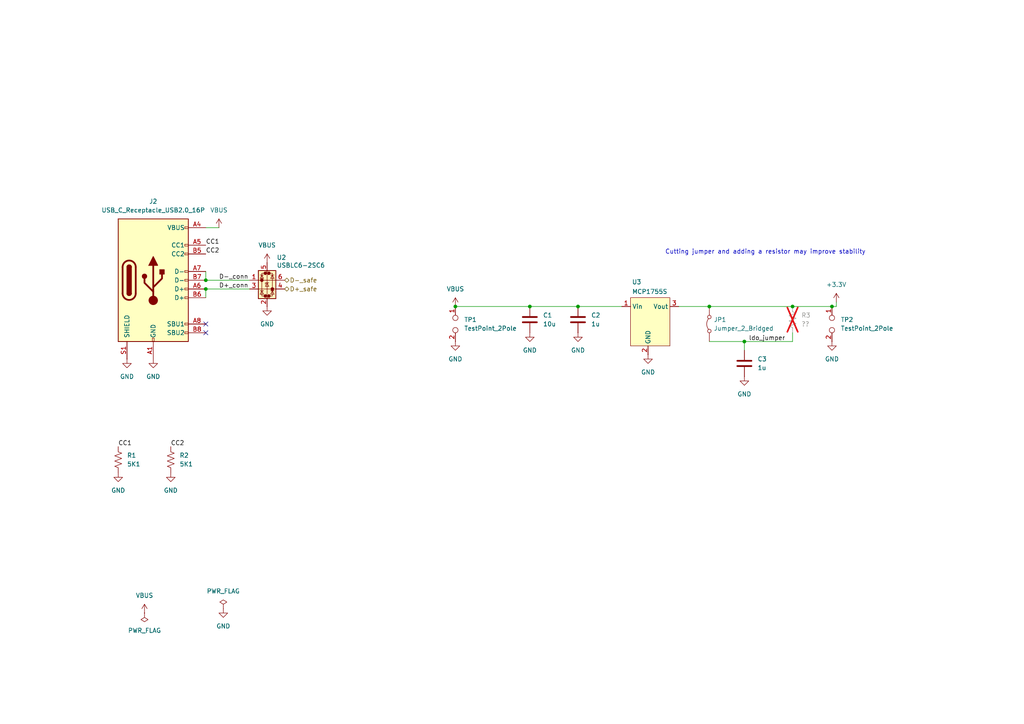
<source format=kicad_sch>
(kicad_sch (version 20231120) (generator "eeschema") (generator_version "8.0")
  (paper "A4")
  (lib_symbols
    (symbol "AAAA_HugonLib:MCP1755S-XX02/DB"
      (property "Reference" "U" (at -1.778 11.684 0))
      (property "Value" "MCP1755S" (at 0.762 14.986 0))
      (symbol "MCP1755S-XX02/DB_1_1"
        (rectangle (start -5.08 6.35) (end 6.35 -7.62) (fill (type background)))
        (pin power_in line (at -7.62 3.81 0) (length 2.54) (name "Vin") (number "1"))
        (pin power_in line (at 0 -10.16 90) (length 2.54) (name "GND") (number "2"))
        (pin power_out line (at 8.89 3.81 180) (length 2.54) (name "Vout") (number "3"))
      )
    )
    (symbol "Connector:TestPoint_2Pole" (pin_names (offset 0.762) hide)
      (property "Reference" "TP" (at 0 1.524 0))
      (property "Value" "TestPoint_2Pole" (at 0 -1.778 0))
      (symbol "TestPoint_2Pole_0_1"
        (circle (center -1.778 0) (radius 0.762))
        (circle (center 1.778 0) (radius 0.762))
        (pin passive line (at -5.08 0 0) (length 2.54) (name "1") (number "1"))
        (pin passive line (at 5.08 0 180) (length 2.54) (name "2") (number "2"))
      )
    )
    (symbol "Connector:USB_C_Receptacle_USB2.0_16P" (pin_names (offset 1.016))
      (property "Reference" "J" (at 0 22.225 0))
      (property "Value" "USB_C_Receptacle_USB2.0_16P" (at 0 19.685 0))
      (symbol "USB_C_Receptacle_USB2.0_16P_0_0"
        (rectangle (start -0.254 -17.78) (end 0.254 -16.764))
        (rectangle (start 10.16 -14.986) (end 9.144 -15.494))
        (rectangle (start 10.16 -12.446) (end 9.144 -12.954))
        (rectangle (start 10.16 -4.826) (end 9.144 -5.334))
        (rectangle (start 10.16 -2.286) (end 9.144 -2.794))
        (rectangle (start 10.16 0.254) (end 9.144 -0.254))
        (rectangle (start 10.16 2.794) (end 9.144 2.286))
        (rectangle (start 10.16 7.874) (end 9.144 7.366))
        (rectangle (start 10.16 10.414) (end 9.144 9.906))
        (rectangle (start 10.16 15.494) (end 9.144 14.986))
      )
      (symbol "USB_C_Receptacle_USB2.0_16P_0_1"
        (rectangle (start -10.16 17.78) (end 10.16 -17.78) (stroke (width 0.254)) (fill (type background)))
        (arc (start -8.89 -3.81) (mid -6.985 -5.7067) (end -5.08 -3.81) (stroke (width 0.508)))
        (arc (start -7.62 -3.81) (mid -6.985 -4.4423) (end -6.35 -3.81) (stroke (width 0.254)))
        (arc (start -7.62 -3.81) (mid -6.985 -4.4423) (end -6.35 -3.81) (stroke (width 0.254)) (fill (type outline)))
        (rectangle (start -7.62 -3.81) (end -6.35 3.81) (stroke (width 0.254)) (fill (type outline)))
        (arc (start -6.35 3.81) (mid -6.985 4.4423) (end -7.62 3.81) (stroke (width 0.254)))
        (arc (start -6.35 3.81) (mid -6.985 4.4423) (end -7.62 3.81) (stroke (width 0.254)) (fill (type outline)))
        (arc (start -5.08 3.81) (mid -6.985 5.7067) (end -8.89 3.81) (stroke (width 0.508)))
        (circle (center -2.54 1.143) (radius 0.635) (stroke (width 0.254)) (fill (type outline)))
        (circle (center 0 -5.842) (radius 1.27) (fill (type outline)))
        (polyline (pts (xy -8.89 -3.81) (xy -8.89 3.81)) (stroke (width 0.508)))
        (polyline (pts (xy -5.08 3.81) (xy -5.08 -3.81)) (stroke (width 0.508)))
        (polyline (pts (xy 0 -5.842) (xy 0 4.318)) (stroke (width 0.508)))
        (polyline (pts (xy 0 -3.302) (xy -2.54 -0.762) (xy -2.54 0.508)) (stroke (width 0.508)))
        (polyline (pts (xy 0 -2.032) (xy 2.54 0.508) (xy 2.54 1.778)) (stroke (width 0.508)))
        (polyline (pts (xy -1.27 4.318) (xy 0 6.858) (xy 1.27 4.318) (xy -1.27 4.318)) (stroke (width 0.254)) (fill (type outline)))
        (rectangle (start 1.905 1.778) (end 3.175 3.048) (stroke (width 0.254)) (fill (type outline)))
      )
      (symbol "USB_C_Receptacle_USB2.0_16P_1_1"
        (pin passive line (at 0 -22.86 90) (length 5.08) (name "GND") (number "A1"))
        (pin passive line (at 0 -22.86 90) (length 5.08) hide (name "GND") (number "A12"))
        (pin passive line (at 15.24 15.24 180) (length 5.08) (name "VBUS") (number "A4"))
        (pin bidirectional line (at 15.24 10.16 180) (length 5.08) (name "CC1") (number "A5"))
        (pin bidirectional line (at 15.24 -2.54 180) (length 5.08) (name "D+") (number "A6"))
        (pin bidirectional line (at 15.24 2.54 180) (length 5.08) (name "D-") (number "A7"))
        (pin bidirectional line (at 15.24 -12.7 180) (length 5.08) (name "SBU1") (number "A8"))
        (pin passive line (at 15.24 15.24 180) (length 5.08) hide (name "VBUS") (number "A9"))
        (pin passive line (at 0 -22.86 90) (length 5.08) hide (name "GND") (number "B1"))
        (pin passive line (at 0 -22.86 90) (length 5.08) hide (name "GND") (number "B12"))
        (pin passive line (at 15.24 15.24 180) (length 5.08) hide (name "VBUS") (number "B4"))
        (pin bidirectional line (at 15.24 7.62 180) (length 5.08) (name "CC2") (number "B5"))
        (pin bidirectional line (at 15.24 -5.08 180) (length 5.08) (name "D+") (number "B6"))
        (pin bidirectional line (at 15.24 0 180) (length 5.08) (name "D-") (number "B7"))
        (pin bidirectional line (at 15.24 -15.24 180) (length 5.08) (name "SBU2") (number "B8"))
        (pin passive line (at 15.24 15.24 180) (length 5.08) hide (name "VBUS") (number "B9"))
        (pin passive line (at -7.62 -22.86 90) (length 5.08) (name "SHIELD") (number "S1"))
      )
    )
    (symbol "Device:C" (pin_numbers hide) (pin_names (offset 0.254))
      (property "Reference" "C" (at 0.635 2.54 0))
      (property "Value" "C" (at 0.635 -2.54 0))
      (symbol "C_0_1"
        (polyline (pts (xy -2.032 -0.762) (xy 2.032 -0.762)) (stroke (width 0.508)))
        (polyline (pts (xy -2.032 0.762) (xy 2.032 0.762)) (stroke (width 0.508)))
      )
      (symbol "C_1_1"
        (pin passive line (at 0 3.81 270) (length 2.794) (name "~") (number "1"))
        (pin passive line (at 0 -3.81 90) (length 2.794) (name "~") (number "2"))
      )
    )
    (symbol "Device:R_US" (pin_numbers hide) (pin_names (offset 0))
      (property "Reference" "R" (at 2.54 0 90))
      (property "Value" "R_US" (at -2.54 0 90))
      (symbol "R_US_0_1"
        (polyline (pts (xy 0 -2.286) (xy 0 -2.54)))
        (polyline (pts (xy 0 2.286) (xy 0 2.54)))
        (polyline (pts (xy 0 -0.762) (xy 1.016 -1.143) (xy 0 -1.524) (xy -1.016 -1.905) (xy 0 -2.286)))
        (polyline (pts (xy 0 0.762) (xy 1.016 0.381) (xy 0 0) (xy -1.016 -0.381) (xy 0 -0.762)))
        (polyline (pts (xy 0 2.286) (xy 1.016 1.905) (xy 0 1.524) (xy -1.016 1.143) (xy 0 0.762)))
      )
      (symbol "R_US_1_1"
        (pin passive line (at 0 3.81 270) (length 1.27) (name "~") (number "1"))
        (pin passive line (at 0 -3.81 90) (length 1.27) (name "~") (number "2"))
      )
    )
    (symbol "Jumper:Jumper_2_Bridged" (pin_numbers hide) (pin_names (offset 0) hide) (exclude_from_sim yes)
      (property "Reference" "JP" (at 0 1.905 0))
      (property "Value" "Jumper_2_Bridged" (at 0 -2.54 0))
      (symbol "Jumper_2_Bridged_0_0"
        (circle (center -2.032 0) (radius 0.508))
        (circle (center 2.032 0) (radius 0.508))
      )
      (symbol "Jumper_2_Bridged_0_1"
        (arc (start 1.524 0.254) (mid 0 0.762) (end -1.524 0.254))
      )
      (symbol "Jumper_2_Bridged_1_1"
        (pin passive line (at -5.08 0 0) (length 2.54) (name "A") (number "1"))
        (pin passive line (at 5.08 0 180) (length 2.54) (name "B") (number "2"))
      )
    )
    (symbol "Power_Protection:USBLC6-2SC6" (pin_names hide)
      (property "Reference" "U" (at 0.635 5.715 0))
      (property "Value" "USBLC6-2SC6" (at 0.635 3.81 0))
      (symbol "USBLC6-2SC6_0_0"
        (circle (center -1.524 0) (radius 0.0001) (stroke (width 0.508)))
        (circle (center -0.508 -4.572) (radius 0.0001) (stroke (width 0.508)))
        (circle (center -0.508 2.032) (radius 0.0001) (stroke (width 0.508)))
        (circle (center 0.508 -4.572) (radius 0.0001) (stroke (width 0.508)))
        (circle (center 0.508 2.032) (radius 0.0001) (stroke (width 0.508)))
        (circle (center 1.524 -2.54) (radius 0.0001) (stroke (width 0.508)))
      )
      (symbol "USBLC6-2SC6_0_1"
        (polyline (pts (xy -2.54 -2.54) (xy 2.54 -2.54)))
        (polyline (pts (xy -2.54 0) (xy 2.54 0)))
        (polyline (pts (xy -2.032 -3.048) (xy -1.016 -3.048)))
        (polyline (pts (xy -1.016 1.524) (xy -2.032 1.524)))
        (polyline (pts (xy 1.016 -3.048) (xy 2.032 -3.048)))
        (polyline (pts (xy 1.016 1.524) (xy 2.032 1.524)))
        (polyline (pts (xy -0.508 -1.143) (xy -0.508 -0.762) (xy 0.508 -0.762)))
        (polyline (pts (xy -2.032 0.508) (xy -1.016 0.508) (xy -1.524 1.524) (xy -2.032 0.508)))
        (polyline (pts (xy -1.016 -4.064) (xy -2.032 -4.064) (xy -1.524 -3.048) (xy -1.016 -4.064)))
        (polyline (pts (xy 0.508 -1.778) (xy -0.508 -1.778) (xy 0 -0.762) (xy 0.508 -1.778)))
        (polyline (pts (xy 2.032 -4.064) (xy 1.016 -4.064) (xy 1.524 -3.048) (xy 2.032 -4.064)))
        (polyline (pts (xy 2.032 0.508) (xy 1.016 0.508) (xy 1.524 1.524) (xy 2.032 0.508)))
        (polyline (pts (xy 0 2.54) (xy -0.508 2.032) (xy 0.508 2.032) (xy 0 1.524) (xy 0 -4.064) (xy -0.508 -4.572) (xy 0.508 -4.572) (xy 0 -5.08)))
      )
      (symbol "USBLC6-2SC6_1_1"
        (rectangle (start -2.54 2.794) (end 2.54 -5.334) (stroke (width 0.254)) (fill (type background)))
        (polyline (pts (xy -0.508 2.032) (xy -1.524 2.032) (xy -1.524 -4.572) (xy -0.508 -4.572)))
        (polyline (pts (xy 0.508 -4.572) (xy 1.524 -4.572) (xy 1.524 2.032) (xy 0.508 2.032)))
        (pin passive line (at -5.08 0 0) (length 2.54) (name "I/O1") (number "1"))
        (pin passive line (at 0 -7.62 90) (length 2.54) (name "GND") (number "2"))
        (pin passive line (at -5.08 -2.54 0) (length 2.54) (name "I/O2") (number "3"))
        (pin passive line (at 5.08 -2.54 180) (length 2.54) (name "I/O2") (number "4"))
        (pin passive line (at 0 5.08 270) (length 2.54) (name "VBUS") (number "5"))
        (pin passive line (at 5.08 0 180) (length 2.54) (name "I/O1") (number "6"))
      )
    )
    (symbol "power:+3.3V" (power) (pin_numbers hide) (pin_names (offset 0) hide)
      (property "Value" "+3.3V" (at 0 3.556 0))
      (symbol "+3.3V_0_1"
        (polyline (pts (xy -0.762 1.27) (xy 0 2.54)))
        (polyline (pts (xy 0 0) (xy 0 2.54)))
        (polyline (pts (xy 0 2.54) (xy 0.762 1.27)))
      )
      (symbol "+3.3V_1_1"
        (pin power_in line (at 0 0 90) (length 0) (name "~") (number "1"))
      )
    )
    (symbol "power:GND" (power) (pin_numbers hide) (pin_names (offset 0) hide)
      (property "Value" "GND" (at 0 -3.81 0))
      (symbol "GND_0_1"
        (polyline (pts (xy 0 0) (xy 0 -1.27) (xy 1.27 -1.27) (xy 0 -2.54) (xy -1.27 -1.27) (xy 0 -1.27)))
      )
      (symbol "GND_1_1"
        (pin power_in line (at 0 0 270) (length 0) (name "~") (number "1"))
      )
    )
    (symbol "power:PWR_FLAG" (power) (pin_numbers hide) (pin_names (offset 0) hide)
      (property "Value" "PWR_FLAG" (at 0 3.81 0))
      (symbol "PWR_FLAG_0_0"
        (pin power_out line (at 0 0 90) (length 0) (name "~") (number "1"))
      )
      (symbol "PWR_FLAG_0_1"
        (polyline (pts (xy 0 0) (xy 0 1.27) (xy -1.016 1.905) (xy 0 2.54) (xy 1.016 1.905) (xy 0 1.27)))
      )
    )
    (symbol "power:VBUS" (power) (pin_numbers hide) (pin_names (offset 0) hide)
      (property "Value" "VBUS" (at 0 3.556 0))
      (symbol "VBUS_0_1"
        (polyline (pts (xy -0.762 1.27) (xy 0 2.54)))
        (polyline (pts (xy 0 0) (xy 0 2.54)))
        (polyline (pts (xy 0 2.54) (xy 0.762 1.27)))
      )
      (symbol "VBUS_1_1"
        (pin power_in line (at 0 0 90) (length 0) (name "~") (number "1"))
      )
    )
  )
  (junction (at 132.08 88.9))
  (junction (at 241.3 88.9))
  (junction (at 59.69 83.82))
  (junction (at 205.74 88.9))
  (junction (at 59.69 81.28))
  (junction (at 167.64 88.9))
  (junction (at 229.87 88.9))
  (junction (at 153.67 88.9))
  (junction (at 215.9 99.06))
  (no_connect (at 59.69 93.98))
  (no_connect (at 59.69 96.52))
  (wire (pts (xy 242.57 88.9) (xy 242.57 87.63)))
  (wire (pts (xy 167.64 88.9) (xy 180.34 88.9)))
  (wire (pts (xy 59.69 78.74) (xy 59.69 81.28)))
  (wire (pts (xy 59.69 83.82) (xy 59.69 86.36)))
  (wire (pts (xy 229.87 99.06) (xy 215.9 99.06)))
  (wire (pts (xy 59.69 81.28) (xy 72.39 81.28)))
  (wire (pts (xy 229.87 88.9) (xy 241.3 88.9)))
  (wire (pts (xy 205.74 99.06) (xy 215.9 99.06)))
  (wire (pts (xy 59.69 83.82) (xy 72.39 83.82)))
  (wire (pts (xy 59.69 66.04) (xy 63.5 66.04)))
  (wire (pts (xy 205.74 88.9) (xy 229.87 88.9)))
  (wire (pts (xy 153.67 88.9) (xy 167.64 88.9)))
  (wire (pts (xy 229.87 96.52) (xy 229.87 99.06)))
  (wire (pts (xy 196.85 88.9) (xy 205.74 88.9)))
  (wire (pts (xy 215.9 99.06) (xy 215.9 101.6)))
  (wire (pts (xy 132.08 88.9) (xy 153.67 88.9)))
  (wire (pts (xy 241.3 88.9) (xy 242.57 88.9)))
  (text "Cutting jumper and adding a resistor may improve stability" (at 221.996 73.152 0) (effects (font (size 1.27 1.27))))
  (label "ldo_jumper" (at 217.17 99.06 0))
  (label "D+_conn" (at 63.5 83.82 0))
  (label "D-_conn" (at 63.5 81.28 0))
  (label "CC2" (at 49.53 129.54 0))
  (label "CC1" (at 59.69 71.12 0))
  (label "CC2" (at 59.69 73.66 0))
  (label "CC1" (at 34.29 129.54 0))
  (hierarchical_label "D-_safe" (shape bidirectional) (at 82.55 81.28 0))
  (hierarchical_label "D+_safe" (shape bidirectional) (at 82.55 83.82 0))
  (symbol (lib_id "power:PWR_FLAG") (at 41.91 177.8 180) (unit 1)
    (property "Reference" "#FLG01" (effects (hide yes)))
    (property "Value" "PWR_FLAG" (at 41.91 182.88 0))
    (property "Description" "Special symbol for telling ERC where power comes from" (effects (hide yes)))
  )
  (symbol (lib_id "power:GND") (at 36.83 104.14 0) (unit 1)
    (property "Reference" "#PWR02" (effects (hide yes)))
    (property "Value" "GND" (at 36.83 109.22 0))
    (property "Description" "Power symbol creates a global label with name \"GND\" , ground" (effects (hide yes)))
  )
  (symbol (lib_id "power:VBUS") (at 132.08 88.9 0) (unit 1)
    (property "Reference" "#PWR010" (effects (hide yes)))
    (property "Value" "VBUS" (at 132.08 83.82 0))
    (property "Description" "Power symbol creates a global label with name \"VBUS\"" (effects (hide yes)))
  )
  (symbol (lib_id "power:VBUS") (at 41.91 177.8 0) (unit 1)
    (property "Reference" "#PWR03" (effects (hide yes)))
    (property "Value" "VBUS" (at 41.91 172.72 0))
    (property "Description" "Power symbol creates a global label with name \"VBUS\"" (effects (hide yes)))
  )
  (symbol (lib_id "power:GND") (at 132.08 99.06 0) (unit 1)
    (property "Reference" "#PWR011" (effects (hide yes)))
    (property "Value" "GND" (at 132.08 104.14 0))
    (property "Description" "Power symbol creates a global label with name \"GND\" , ground" (effects (hide yes)))
  )
  (symbol (lib_id "power:GND") (at 153.67 96.52 0) (unit 1)
    (property "Reference" "#PWR012" (effects (hide yes)))
    (property "Value" "GND" (at 153.67 101.6 0))
    (property "Description" "Power symbol creates a global label with name \"GND\" , ground" (effects (hide yes)))
  )
  (symbol (lib_id "power:GND") (at 187.96 102.87 0) (unit 1)
    (property "Reference" "#PWR014" (effects (hide yes)))
    (property "Value" "GND" (at 187.96 107.95 0))
    (property "Description" "Power symbol creates a global label with name \"GND\" , ground" (effects (hide yes)))
  )
  (symbol (lib_id "AAAA_HugonLib:MCP1755S-XX02/DB") (at 187.96 92.71 0) (unit 1)
    (property "Reference" "U3" (at 184.658 81.788 0))
    (property "Value" "MCP1755S" (at 188.468 84.582 0))
    (property "Footprint" "Package_TO_SOT_SMD:SOT-223-3_TabPin2" (effects (hide yes)))
    (property "Datasheet" "https://ww1.microchip.com/downloads/aemDocuments/documents/APID/ProductDocuments/DataSheets/MCP1755-MCP1755S-Data-Sheet-DS20005160B.pdf" (effects (hide yes)))
    (property "Description" "LDO linear regulator, 300 mA, SOT-223-3" (effects (hide yes)))
    (property "MFR" "Microchip" (effects (hide yes)))
    (property "MFR Part No" "MCP1755S-3302E/DB" (effects (hide yes)))
  )
  (symbol (lib_id "power:GND") (at 167.64 96.52 0) (unit 1)
    (property "Reference" "#PWR013" (effects (hide yes)))
    (property "Value" "GND" (at 167.64 101.6 0))
    (property "Description" "Power symbol creates a global label with name \"GND\" , ground" (effects (hide yes)))
  )
  (symbol (lib_id "power:VBUS") (at 77.47 76.2 0) (unit 1)
    (property "Reference" "#PWR08" (effects (hide yes)))
    (property "Value" "VBUS" (at 77.47 71.12 0))
    (property "Description" "Power symbol creates a global label with name \"VBUS\"" (effects (hide yes)))
  )
  (symbol (lib_id "power:GND") (at 64.77 176.53 0) (unit 1)
    (property "Reference" "#PWR07" (effects (hide yes)))
    (property "Value" "GND" (at 64.77 181.61 0))
    (property "Description" "Power symbol creates a global label with name \"GND\" , ground" (effects (hide yes)))
  )
  (symbol (lib_id "power:GND") (at 77.47 88.9 0) (unit 1)
    (property "Reference" "#PWR09" (effects (hide yes)))
    (property "Value" "GND" (at 77.47 93.98 0))
    (property "Description" "Power symbol creates a global label with name \"GND\" , ground" (effects (hide yes)))
  )
  (symbol (lib_id "Power_Protection:USBLC6-2SC6") (at 77.47 81.28 0) (unit 1)
    (property "Reference" "U2" (at 80.264 74.676 0) (effects (justify left)))
    (property "Value" "USBLC6-2SC6" (at 80.264 76.962 0) (effects (justify left)))
    (property "Footprint" "Package_TO_SOT_SMD:SOT-23-6" (effects (hide yes)))
    (property "Datasheet" "https://www.st.com/resource/en/datasheet/usblc6-2.pdf" (effects (hide yes)))
    (property "Description" "Very low capacitance ESD protection diode, 2 data-line, SOT-23-6" (effects (hide yes)))
    (property "MFR" "STMicroelectronics" (effects (hide yes)))
    (property "MFR Part No" "USBLC6-2SC6" (effects (hide yes)))
  )
  (symbol (lib_id "Device:R_US") (at 49.53 133.35 0) (unit 1)
    (property "Reference" "R2" (at 52.07 132.0799 0) (effects (justify left)))
    (property "Value" "5K1" (at 52.07 134.6199 0) (effects (justify left)))
    (property "Footprint" "Resistor_SMD:R_1206_3216Metric_Pad1.30x1.75mm_HandSolder" (effects (hide yes)))
    (property "Description" "Resistor, US symbol" (effects (hide yes)))
    (property "MFR" "Vishay" (effects (hide yes)))
    (property "MFR Part No" "CRCW12065K10FKEA" (effects (hide yes)))
  )
  (symbol (lib_id "power:GND") (at 34.29 137.16 0) (unit 1)
    (property "Reference" "#PWR01" (effects (hide yes)))
    (property "Value" "GND" (at 34.29 142.24 0))
    (property "Description" "Power symbol creates a global label with name \"GND\" , ground" (effects (hide yes)))
  )
  (symbol (lib_id "power:GND") (at 241.3 99.06 0) (unit 1)
    (property "Reference" "#PWR016" (effects (hide yes)))
    (property "Value" "GND" (at 241.3 104.14 0))
    (property "Description" "Power symbol creates a global label with name \"GND\" , ground" (effects (hide yes)))
  )
  (symbol (lib_id "Jumper:Jumper_2_Bridged") (at 205.74 93.98 90) (unit 1) (exclude_from_sim yes)
    (property "Reference" "JP1" (at 207.01 92.7099 90) (effects (justify right)))
    (property "Value" "Jumper_2_Bridged" (at 207.01 95.2499 90) (effects (justify right)))
    (property "Footprint" "Jumper:SolderJumper-2_P1.3mm_Bridged_RoundedPad1.0x1.5mm" (effects (hide yes)))
    (property "Description" "Jumper, 2-pole, closed/bridged" (effects (hide yes)))
  )
  (symbol (lib_id "Connector:TestPoint_2Pole") (at 132.08 93.98 270) (unit 1)
    (property "Reference" "TP1" (at 134.62 92.7099 90) (effects (justify left)))
    (property "Value" "TestPoint_2Pole" (at 134.62 95.2499 90) (effects (justify left)))
    (property "Footprint" "TestPoint:TestPoint_2Pads_Pitch2.54mm_Drill0.8mm" (effects (hide yes)))
    (property "Description" "2-polar test point" (effects (hide yes)))
  )
  (symbol (lib_id "power:PWR_FLAG") (at 64.77 176.53 0) (unit 1)
    (property "Reference" "#FLG02" (effects (hide yes)))
    (property "Value" "PWR_FLAG" (at 64.77 171.45 0))
    (property "Description" "Special symbol for telling ERC where power comes from" (effects (hide yes)))
  )
  (symbol (lib_id "Device:R_US") (at 229.87 92.71 0) (unit 1) (in_bom no) (dnp yes)
    (property "Reference" "R3" (at 232.41 91.4399 0) (effects (justify left)))
    (property "Value" "??" (at 232.41 93.9799 0) (effects (justify left)))
    (property "Footprint" "Resistor_SMD:R_1206_3216Metric_Pad1.30x1.75mm_HandSolder" (effects (hide yes)))
    (property "Description" "Resistor, US symbol" (effects (hide yes)))
  )
  (symbol (lib_id "Device:R_US") (at 34.29 133.35 0) (unit 1)
    (property "Reference" "R1" (at 36.83 132.0799 0) (effects (justify left)))
    (property "Value" "5K1" (at 36.83 134.6199 0) (effects (justify left)))
    (property "Footprint" "Resistor_SMD:R_1206_3216Metric_Pad1.30x1.75mm_HandSolder" (effects (hide yes)))
    (property "Description" "Resistor, US symbol" (effects (hide yes)))
    (property "MFR" "Vishay" (effects (hide yes)))
    (property "MFR Part No" "CRCW12065K10FKEA" (effects (hide yes)))
  )
  (symbol (lib_id "power:GND") (at 49.53 137.16 0) (unit 1)
    (property "Reference" "#PWR05" (effects (hide yes)))
    (property "Value" "GND" (at 49.53 142.24 0))
    (property "Description" "Power symbol creates a global label with name \"GND\" , ground" (effects (hide yes)))
  )
  (symbol (lib_id "Device:C") (at 167.64 92.71 0) (unit 1)
    (property "Reference" "C2" (at 171.45 91.4399 0) (effects (justify left)))
    (property "Value" "1u" (at 171.45 93.9799 0) (effects (justify left)))
    (property "Footprint" "Capacitor_SMD:C_1206_3216Metric_Pad1.33x1.80mm_HandSolder" (effects (hide yes)))
    (property "Description" "Unpolarized capacitor" (effects (hide yes)))
    (property "MFR" "Kemet" (effects (hide yes)))
    (property "MFR Part No" "C1206C105K4RACTU" (effects (hide yes)))
  )
  (symbol (lib_id "power:GND") (at 215.9 109.22 0) (unit 1)
    (property "Reference" "#PWR015" (effects (hide yes)))
    (property "Value" "GND" (at 215.9 114.3 0))
    (property "Description" "Power symbol creates a global label with name \"GND\" , ground" (effects (hide yes)))
  )
  (symbol (lib_id "power:GND") (at 44.45 104.14 0) (unit 1)
    (property "Reference" "#PWR04" (effects (hide yes)))
    (property "Value" "GND" (at 44.45 109.22 0))
    (property "Description" "Power symbol creates a global label with name \"GND\" , ground" (effects (hide yes)))
  )
  (symbol (lib_id "power:+3.3V") (at 242.57 87.63 0) (unit 1)
    (property "Reference" "#PWR017" (effects (hide yes)))
    (property "Value" "+3.3V" (at 242.57 82.55 0))
    (property "Description" "Power symbol creates a global label with name \"+3.3V\"" (effects (hide yes)))
  )
  (symbol (lib_id "Device:C") (at 215.9 105.41 0) (unit 1)
    (property "Reference" "C3" (at 219.71 104.1399 0) (effects (justify left)))
    (property "Value" "1u" (at 219.71 106.6799 0) (effects (justify left)))
    (property "Footprint" "Capacitor_SMD:C_1206_3216Metric_Pad1.33x1.80mm_HandSolder" (effects (hide yes)))
    (property "Description" "Unpolarized capacitor" (effects (hide yes)))
    (property "MFR" "Kemet" (effects (hide yes)))
    (property "MFR Part No" "C1206C105K4RACTU" (effects (hide yes)))
  )
  (symbol (lib_id "Connector:TestPoint_2Pole") (at 241.3 93.98 270) (unit 1)
    (property "Reference" "TP2" (at 243.84 92.7099 90) (effects (justify left)))
    (property "Value" "TestPoint_2Pole" (at 243.84 95.2499 90) (effects (justify left)))
    (property "Footprint" "TestPoint:TestPoint_2Pads_Pitch2.54mm_Drill0.8mm" (effects (hide yes)))
    (property "Description" "2-polar test point" (effects (hide yes)))
  )
  (symbol (lib_id "Device:C") (at 153.67 92.71 0) (unit 1)
    (property "Reference" "C1" (at 157.48 91.4399 0) (effects (justify left)))
    (property "Value" "10u" (at 157.48 93.9799 0) (effects (justify left)))
    (property "Footprint" "Capacitor_SMD:C_1206_3216Metric_Pad1.33x1.80mm_HandSolder" (effects (hide yes)))
    (property "Description" "Unpolarized capacitor" (effects (hide yes)))
    (property "MFR" "Kemet" (effects (hide yes)))
    (property "MFR Part No" "C1206C106K4RACTU" (effects (hide yes)))
  )
  (symbol (lib_id "Connector:USB_C_Receptacle_USB2.0_16P") (at 44.45 81.28 0) (unit 1)
    (property "Reference" "J2" (at 44.45 58.42 0))
    (property "Value" "USB_C_Receptacle_USB2.0_16P" (at 44.45 60.96 0))
    (property "Footprint" "AAAA_HugonLib:USB_C_Receptacle_GCT_USB4085_Reduced_Pad_Size" (effects (hide yes)))
    (property "Datasheet" "https://www.usb.org/sites/default/files/documents/usb_type-c.zip" (effects (hide yes)))
    (property "Description" "USB 2.0-only 16P Type-C Receptacle connector" (effects (hide yes)))
    (property "MFR" "GCT" (effects (hide yes)))
    (property "MFR Part No" "USB4085-GF-A" (effects (hide yes)))
  )
  (symbol (lib_id "power:VBUS") (at 63.5 66.04 0) (unit 1)
    (property "Reference" "#PWR06" (effects (hide yes)))
    (property "Value" "VBUS" (at 63.5 60.96 0))
    (property "Description" "Power symbol creates a global label with name \"VBUS\"" (effects (hide yes)))
  )
)
</source>
